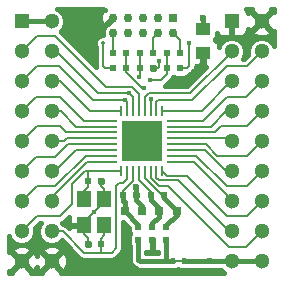
<source format=gtl>
G04 #@! TF.GenerationSoftware,KiCad,Pcbnew,5.0.1-33cea8e~68~ubuntu18.04.1*
G04 #@! TF.CreationDate,2018-11-24T10:27:27+01:00*
G04 #@! TF.ProjectId,LPC82X_JHI33_2layer,4C50433832585F4A484933335F326C61,rev?*
G04 #@! TF.SameCoordinates,Original*
G04 #@! TF.FileFunction,Copper,L1,Top,Signal*
G04 #@! TF.FilePolarity,Positive*
%FSLAX46Y46*%
G04 Gerber Fmt 4.6, Leading zero omitted, Abs format (unit mm)*
G04 Created by KiCad (PCBNEW 5.0.1-33cea8e~68~ubuntu18.04.1) date za 24 nov 2018 10:27:27 CET*
%MOMM*%
%LPD*%
G01*
G04 APERTURE LIST*
G04 #@! TA.AperFunction,EtchedComponent*
%ADD10C,0.200000*%
G04 #@! TD*
G04 #@! TA.AperFunction,SMDPad,CuDef*
%ADD11R,1.200000X1.400000*%
G04 #@! TD*
G04 #@! TA.AperFunction,ComponentPad*
%ADD12R,1.300000X1.300000*%
G04 #@! TD*
G04 #@! TA.AperFunction,ComponentPad*
%ADD13C,1.300000*%
G04 #@! TD*
G04 #@! TA.AperFunction,SMDPad,CuDef*
%ADD14R,0.900000X0.290000*%
G04 #@! TD*
G04 #@! TA.AperFunction,SMDPad,CuDef*
%ADD15R,0.290000X0.900000*%
G04 #@! TD*
G04 #@! TA.AperFunction,SMDPad,CuDef*
%ADD16R,3.500000X3.500000*%
G04 #@! TD*
G04 #@! TA.AperFunction,SMDPad,CuDef*
%ADD17R,0.600000X0.500000*%
G04 #@! TD*
G04 #@! TA.AperFunction,SMDPad,CuDef*
%ADD18R,0.500000X0.600000*%
G04 #@! TD*
G04 #@! TA.AperFunction,ComponentPad*
%ADD19R,0.750000X0.750000*%
G04 #@! TD*
G04 #@! TA.AperFunction,ComponentPad*
%ADD20C,0.750000*%
G04 #@! TD*
G04 #@! TA.AperFunction,SMDPad,CuDef*
%ADD21R,0.600000X0.600000*%
G04 #@! TD*
G04 #@! TA.AperFunction,SMDPad,CuDef*
%ADD22R,0.800000X0.750000*%
G04 #@! TD*
G04 #@! TA.AperFunction,SMDPad,CuDef*
%ADD23R,1.250000X1.000000*%
G04 #@! TD*
G04 #@! TA.AperFunction,SMDPad,CuDef*
%ADD24R,0.400000X0.600000*%
G04 #@! TD*
G04 #@! TA.AperFunction,ViaPad*
%ADD25C,0.600000*%
G04 #@! TD*
G04 #@! TA.AperFunction,ViaPad*
%ADD26C,0.750000*%
G04 #@! TD*
G04 #@! TA.AperFunction,ViaPad*
%ADD27C,0.400000*%
G04 #@! TD*
G04 #@! TA.AperFunction,ViaPad*
%ADD28C,0.355600*%
G04 #@! TD*
G04 #@! TA.AperFunction,Conductor*
%ADD29C,0.400000*%
G04 #@! TD*
G04 #@! TA.AperFunction,Conductor*
%ADD30C,0.300000*%
G04 #@! TD*
G04 #@! TA.AperFunction,Conductor*
%ADD31C,0.200000*%
G04 #@! TD*
G04 APERTURE END LIST*
D10*
G04 #@! TO.C,SJ1*
X92300000Y-116800000D02*
X91700000Y-116800000D01*
G04 #@! TD*
D11*
G04 #@! TO.P,Y1,1*
G04 #@! TO.N,/PIO0_9*
X84050000Y-111600000D03*
G04 #@! TO.P,Y1,2*
G04 #@! TO.N,VSS*
X84050000Y-113800000D03*
G04 #@! TO.P,Y1,3*
G04 #@! TO.N,/PIO0_8*
X85750000Y-113800000D03*
G04 #@! TO.P,Y1,4*
G04 #@! TO.N,VSS*
X85750000Y-111600000D03*
G04 #@! TD*
D12*
G04 #@! TO.P,J1,1*
G04 #@! TO.N,VDD*
X78740000Y-96520000D03*
D13*
G04 #@! TO.P,J1,2*
X81280000Y-96520000D03*
G04 #@! TO.P,J1,3*
G04 #@! TO.N,/PIO0_28*
X78740000Y-99060000D03*
G04 #@! TO.P,J1,4*
G04 #@! TO.N,/PIO0_3*
X81280000Y-99060000D03*
G04 #@! TO.P,J1,5*
G04 #@! TO.N,/PIO0_2*
X78740000Y-101600000D03*
G04 #@! TO.P,J1,6*
G04 #@! TO.N,/PIO0_11*
X81280000Y-101600000D03*
G04 #@! TO.P,J1,7*
G04 #@! TO.N,/PIO0_10*
X78740000Y-104140000D03*
G04 #@! TO.P,J1,8*
G04 #@! TO.N,/PIO0_16*
X81280000Y-104140000D03*
G04 #@! TO.P,J1,9*
G04 #@! TO.N,/PIO0_27*
X78740000Y-106680000D03*
G04 #@! TO.P,J1,10*
G04 #@! TO.N,/PIO0_26*
X81280000Y-106680000D03*
G04 #@! TO.P,J1,11*
G04 #@! TO.N,/PIO0_25*
X78740000Y-109220000D03*
G04 #@! TO.P,J1,12*
G04 #@! TO.N,/PIO0_24*
X81280000Y-109220000D03*
G04 #@! TO.P,J1,13*
G04 #@! TO.N,/PIO0_15*
X78740000Y-111760000D03*
G04 #@! TO.P,J1,14*
G04 #@! TO.N,/PIO0_1*
X81280000Y-111760000D03*
G04 #@! TO.P,J1,15*
G04 #@! TO.N,/PIO0_9*
X78740000Y-114300000D03*
G04 #@! TO.P,J1,16*
G04 #@! TO.N,/PIO0_8*
X81280000Y-114300000D03*
G04 #@! TO.P,J1,17*
G04 #@! TO.N,VSS*
X78740000Y-116840000D03*
G04 #@! TO.P,J1,18*
X81280000Y-116840000D03*
G04 #@! TD*
D14*
G04 #@! TO.P,U1,28*
G04 #@! TO.N,/PIO0_21*
X91450000Y-106930000D03*
G04 #@! TO.P,U1,27*
G04 #@! TO.N,/PIO0_22*
X91450000Y-107430000D03*
G04 #@! TO.P,U1,26*
G04 #@! TO.N,/PIO0_23*
X91450000Y-107930000D03*
G04 #@! TO.P,U1,25*
G04 #@! TO.N,/PIO0_14*
X91450000Y-108430000D03*
G04 #@! TO.P,U1,29*
G04 #@! TO.N,/PIO0_20*
X91450000Y-106430000D03*
G04 #@! TO.P,U1,30*
G04 #@! TO.N,/PIO0_19*
X91450000Y-105930000D03*
G04 #@! TO.P,U1,31*
G04 #@! TO.N,/PIO0_18*
X91450000Y-105430000D03*
G04 #@! TO.P,U1,32*
G04 #@! TO.N,/PIO0_17*
X91450000Y-104930000D03*
G04 #@! TO.P,U1,12*
G04 #@! TO.N,/PIO0_26*
X86350000Y-106430000D03*
G04 #@! TO.P,U1,11*
G04 #@! TO.N,/PIO0_27*
X86350000Y-105930000D03*
G04 #@! TO.P,U1,10*
G04 #@! TO.N,/PIO0_16*
X86350000Y-105430000D03*
G04 #@! TO.P,U1,9*
G04 #@! TO.N,/PIO0_10*
X86350000Y-104930000D03*
G04 #@! TO.P,U1,13*
G04 #@! TO.N,/PIO0_25*
X86350000Y-106930000D03*
G04 #@! TO.P,U1,14*
G04 #@! TO.N,/PIO0_24*
X86350000Y-107430000D03*
G04 #@! TO.P,U1,15*
G04 #@! TO.N,/PIO0_15*
X86350000Y-107930000D03*
G04 #@! TO.P,U1,16*
G04 #@! TO.N,/PIO0_1*
X86350000Y-108430000D03*
D15*
G04 #@! TO.P,U1,20*
G04 #@! TO.N,Net-(C3-Pad2)*
X88650000Y-109230000D03*
G04 #@! TO.P,U1,19*
G04 #@! TO.N,Net-(C2-Pad1)*
X88150000Y-109230000D03*
G04 #@! TO.P,U1,18*
G04 #@! TO.N,/PIO0_8*
X87650000Y-109230000D03*
G04 #@! TO.P,U1,17*
G04 #@! TO.N,/PIO0_9*
X87150000Y-109230000D03*
G04 #@! TO.P,U1,21*
G04 #@! TO.N,Net-(C3-Pad1)*
X89150000Y-109230000D03*
G04 #@! TO.P,U1,22*
G04 #@! TO.N,/PIO0_7*
X89650000Y-109230000D03*
G04 #@! TO.P,U1,23*
G04 #@! TO.N,/PIO0_6*
X90150000Y-109230000D03*
G04 #@! TO.P,U1,24*
G04 #@! TO.N,/PIO0_0*
X90650000Y-109230000D03*
G04 #@! TO.P,U1,4*
G04 #@! TO.N,/PIO0_4*
X89150000Y-104130000D03*
G04 #@! TO.P,U1,3*
G04 #@! TO.N,/RESET*
X89650000Y-104130000D03*
G04 #@! TO.P,U1,2*
G04 #@! TO.N,/PIO0_12*
X90150000Y-104130000D03*
G04 #@! TO.P,U1,1*
G04 #@! TO.N,/PIO0_13*
X90650000Y-104130000D03*
G04 #@! TO.P,U1,5*
G04 #@! TO.N,/PIO0_28*
X88650000Y-104130000D03*
G04 #@! TO.P,U1,6*
G04 #@! TO.N,/PIO0_3*
X88150000Y-104130000D03*
G04 #@! TO.P,U1,7*
G04 #@! TO.N,/PIO0_2*
X87650000Y-104130000D03*
G04 #@! TO.P,U1,8*
G04 #@! TO.N,/PIO0_11*
X87150000Y-104130000D03*
D16*
G04 #@! TO.P,U1,33*
G04 #@! TO.N,VSS*
X88900000Y-106680000D03*
G04 #@! TD*
D17*
G04 #@! TO.P,C1,1*
G04 #@! TO.N,/PIO0_9*
X84350000Y-110050000D03*
G04 #@! TO.P,C1,2*
G04 #@! TO.N,VSS*
X85450000Y-110050000D03*
G04 #@! TD*
G04 #@! TO.P,C4,2*
G04 #@! TO.N,VSS*
X84350000Y-115350000D03*
G04 #@! TO.P,C4,1*
G04 #@! TO.N,/PIO0_8*
X85450000Y-115350000D03*
G04 #@! TD*
G04 #@! TO.P,C5,2*
G04 #@! TO.N,VSS*
X88450000Y-111200000D03*
G04 #@! TO.P,C5,1*
G04 #@! TO.N,Net-(C2-Pad1)*
X87350000Y-111200000D03*
G04 #@! TD*
G04 #@! TO.P,C6,1*
G04 #@! TO.N,Net-(C3-Pad1)*
X90750000Y-111200000D03*
G04 #@! TO.P,C6,2*
G04 #@! TO.N,Net-(C3-Pad2)*
X89650000Y-111200000D03*
G04 #@! TD*
D18*
G04 #@! TO.P,FB1,1*
G04 #@! TO.N,Net-(C2-Pad1)*
X88600000Y-113950000D03*
G04 #@! TO.P,FB1,2*
G04 #@! TO.N,Net-(FB1-Pad2)*
X88600000Y-115050000D03*
G04 #@! TD*
G04 #@! TO.P,FB2,2*
G04 #@! TO.N,Net-(FB1-Pad2)*
X91000000Y-115050000D03*
G04 #@! TO.P,FB2,1*
G04 #@! TO.N,Net-(C3-Pad1)*
X91000000Y-113950000D03*
G04 #@! TD*
G04 #@! TO.P,FB3,1*
G04 #@! TO.N,Net-(C3-Pad2)*
X89800000Y-113950000D03*
G04 #@! TO.P,FB3,2*
G04 #@! TO.N,VSS*
X89800000Y-115050000D03*
G04 #@! TD*
D13*
G04 #@! TO.P,J2,18*
G04 #@! TO.N,VDD*
X99060000Y-116840000D03*
G04 #@! TO.P,J2,17*
X96520000Y-116840000D03*
G04 #@! TO.P,J2,16*
G04 #@! TO.N,/PIO0_7*
X99060000Y-114300000D03*
G04 #@! TO.P,J2,15*
G04 #@! TO.N,/PIO0_6*
X96520000Y-114300000D03*
G04 #@! TO.P,J2,14*
G04 #@! TO.N,/PIO0_0*
X99060000Y-111760000D03*
G04 #@! TO.P,J2,13*
G04 #@! TO.N,/PIO0_14*
X96520000Y-111760000D03*
G04 #@! TO.P,J2,12*
G04 #@! TO.N,/PIO0_23*
X99060000Y-109220000D03*
G04 #@! TO.P,J2,11*
G04 #@! TO.N,/PIO0_22*
X96520000Y-109220000D03*
G04 #@! TO.P,J2,10*
G04 #@! TO.N,/PIO0_21*
X99060000Y-106680000D03*
G04 #@! TO.P,J2,9*
G04 #@! TO.N,/PIO0_20*
X96520000Y-106680000D03*
G04 #@! TO.P,J2,8*
G04 #@! TO.N,/PIO0_19*
X99060000Y-104140000D03*
G04 #@! TO.P,J2,7*
G04 #@! TO.N,/PIO0_18*
X96520000Y-104140000D03*
G04 #@! TO.P,J2,6*
G04 #@! TO.N,/PIO0_17*
X99060000Y-101600000D03*
G04 #@! TO.P,J2,5*
G04 #@! TO.N,/PIO0_13*
X96520000Y-101600000D03*
G04 #@! TO.P,J2,4*
G04 #@! TO.N,/PIO0_12*
X99060000Y-99060000D03*
G04 #@! TO.P,J2,3*
G04 #@! TO.N,/PIO0_4*
X96520000Y-99060000D03*
G04 #@! TO.P,J2,2*
G04 #@! TO.N,VSS*
X99060000Y-96520000D03*
D12*
G04 #@! TO.P,J2,1*
X96520000Y-96520000D03*
G04 #@! TD*
D19*
G04 #@! TO.P,J3,1*
G04 #@! TO.N,VDD*
X91540000Y-96215000D03*
D20*
G04 #@! TO.P,J3,2*
G04 #@! TO.N,Net-(J3-Pad2)*
X91540000Y-97485000D03*
G04 #@! TO.P,J3,3*
G04 #@! TO.N,VSS*
X90270000Y-96215000D03*
G04 #@! TO.P,J3,4*
G04 #@! TO.N,Net-(J3-Pad4)*
X90270000Y-97485000D03*
G04 #@! TO.P,J3,5*
G04 #@! TO.N,VSS*
X89000000Y-96215000D03*
G04 #@! TO.P,J3,6*
G04 #@! TO.N,N/C*
X89000000Y-97485000D03*
G04 #@! TO.P,J3,7*
X87730000Y-96215000D03*
G04 #@! TO.P,J3,8*
X87730000Y-97485000D03*
G04 #@! TO.P,J3,9*
G04 #@! TO.N,VSS*
X86460000Y-96215000D03*
G04 #@! TO.P,J3,10*
G04 #@! TO.N,Net-(J3-Pad10)*
X86460000Y-97485000D03*
G04 #@! TD*
D21*
G04 #@! TO.P,R1,1*
G04 #@! TO.N,Net-(J3-Pad2)*
X92150000Y-99200000D03*
G04 #@! TO.P,R1,2*
G04 #@! TO.N,/PIO0_2*
X91050000Y-99200000D03*
G04 #@! TD*
G04 #@! TO.P,R2,2*
G04 #@! TO.N,/PIO0_3*
X88750000Y-99200000D03*
G04 #@! TO.P,R2,1*
G04 #@! TO.N,Net-(J3-Pad4)*
X89850000Y-99200000D03*
G04 #@! TD*
G04 #@! TO.P,R3,1*
G04 #@! TO.N,Net-(J3-Pad10)*
X86450000Y-99200000D03*
G04 #@! TO.P,R3,2*
G04 #@! TO.N,/RESET*
X87550000Y-99200000D03*
G04 #@! TD*
G04 #@! TO.P,R4,2*
G04 #@! TO.N,/RESET*
X87550000Y-100500000D03*
G04 #@! TO.P,R4,1*
G04 #@! TO.N,VDD*
X86450000Y-100500000D03*
G04 #@! TD*
G04 #@! TO.P,R6,1*
G04 #@! TO.N,VDD*
X92150000Y-100500000D03*
G04 #@! TO.P,R6,2*
G04 #@! TO.N,/PIO0_2*
X91050000Y-100500000D03*
G04 #@! TD*
G04 #@! TO.P,R7,2*
G04 #@! TO.N,/PIO0_3*
X88750000Y-100500000D03*
G04 #@! TO.P,R7,1*
G04 #@! TO.N,VSS*
X89850000Y-100500000D03*
G04 #@! TD*
D22*
G04 #@! TO.P,C2,1*
G04 #@! TO.N,Net-(C2-Pad1)*
X87450000Y-112600000D03*
G04 #@! TO.P,C2,2*
G04 #@! TO.N,VSS*
X88950000Y-112600000D03*
G04 #@! TD*
G04 #@! TO.P,C3,2*
G04 #@! TO.N,Net-(C3-Pad2)*
X90350000Y-112600000D03*
G04 #@! TO.P,C3,1*
G04 #@! TO.N,Net-(C3-Pad1)*
X91850000Y-112600000D03*
G04 #@! TD*
D23*
G04 #@! TO.P,C7,1*
G04 #@! TO.N,VSS*
X94100000Y-99200000D03*
G04 #@! TO.P,C7,2*
G04 #@! TO.N,VDD*
X94100000Y-97200000D03*
G04 #@! TD*
D24*
G04 #@! TO.P,SJ1,1*
G04 #@! TO.N,VDD*
X92450000Y-116800000D03*
G04 #@! TO.P,SJ1,2*
G04 #@! TO.N,Net-(FB1-Pad2)*
X91550000Y-116800000D03*
G04 #@! TD*
D25*
G04 #@! TO.N,VSS*
X83800000Y-98200000D03*
D26*
X88900000Y-106680000D03*
D25*
X89800000Y-116100000D03*
D27*
X84900000Y-112700000D03*
D25*
X93700000Y-100400000D03*
X84700000Y-96500000D03*
X88450000Y-110550000D03*
D27*
X90400000Y-99850000D03*
G04 #@! TO.N,VDD*
X92900000Y-98400000D03*
D25*
X94700000Y-116800000D03*
X94115000Y-96215000D03*
D28*
X85600000Y-98400000D03*
D27*
G04 #@! TO.N,/PIO0_3*
X87800000Y-102600000D03*
X88700000Y-101200000D03*
G04 #@! TO.N,/PIO0_2*
X87500000Y-103200000D03*
X89600000Y-101500000D03*
G04 #@! TO.N,/RESET*
X89700000Y-103100000D03*
X89100000Y-102200000D03*
G04 #@! TD*
D29*
G04 #@! TO.N,VSS*
X88950000Y-112600000D02*
X88950000Y-112150000D01*
X88450000Y-111650000D02*
X88450000Y-111200000D01*
X88950000Y-112150000D02*
X88450000Y-111650000D01*
X89800000Y-115050000D02*
X89800000Y-116100000D01*
D30*
X86460000Y-96215000D02*
X86460000Y-96090000D01*
D29*
X93700000Y-100400000D02*
X94100000Y-100000000D01*
X94100000Y-100000000D02*
X94100000Y-99200000D01*
X88450000Y-111200000D02*
X88450000Y-110550000D01*
X88450000Y-110550000D02*
X88450000Y-110550000D01*
D31*
X85750000Y-111850000D02*
X84900000Y-112700000D01*
X85750000Y-111600000D02*
X85750000Y-111850000D01*
X84050000Y-113550000D02*
X84900000Y-112700000D01*
X84050000Y-113800000D02*
X84050000Y-113550000D01*
X84350000Y-115350000D02*
X84350000Y-114850000D01*
X84050000Y-114550000D02*
X84050000Y-113800000D01*
X84350000Y-114850000D02*
X84050000Y-114550000D01*
X85450000Y-110050000D02*
X85450000Y-110450000D01*
X85750000Y-110750000D02*
X85750000Y-111600000D01*
X85450000Y-110450000D02*
X85750000Y-110750000D01*
X90400000Y-100400000D02*
X90400000Y-99850000D01*
X89850000Y-100500000D02*
X90300000Y-100500000D01*
X90300000Y-100500000D02*
X90400000Y-100400000D01*
G04 #@! TO.N,Net-(C2-Pad1)*
X87350000Y-111200000D02*
X87350000Y-110850000D01*
X88150000Y-110050000D02*
X88150000Y-109230000D01*
X87350000Y-110850000D02*
X88150000Y-110050000D01*
D29*
X87450000Y-112600000D02*
X87450000Y-111850000D01*
X87350000Y-111750000D02*
X87350000Y-111200000D01*
X87450000Y-111850000D02*
X87350000Y-111750000D01*
X88600000Y-113750000D02*
X87450000Y-112600000D01*
X88600000Y-113950000D02*
X88600000Y-113750000D01*
D31*
G04 #@! TO.N,Net-(C3-Pad1)*
X90750000Y-111200000D02*
X90600000Y-111200000D01*
X89150000Y-109750000D02*
X89150000Y-109230000D01*
X90600000Y-111200000D02*
X89150000Y-109750000D01*
D29*
X91850000Y-112600000D02*
X91850000Y-112550000D01*
X90750000Y-111450000D02*
X90750000Y-111200000D01*
X91850000Y-112550000D02*
X90750000Y-111450000D01*
X91000000Y-113950000D02*
X91000000Y-113800000D01*
X91850000Y-112950000D02*
X91850000Y-112600000D01*
X91000000Y-113800000D02*
X91850000Y-112950000D01*
D31*
G04 #@! TO.N,Net-(C3-Pad2)*
X89650000Y-111200000D02*
X89650000Y-110950000D01*
X88650000Y-109950000D02*
X88650000Y-109230000D01*
X89650000Y-110950000D02*
X88650000Y-109950000D01*
D29*
X90350000Y-112600000D02*
X90350000Y-112350000D01*
X89650000Y-111650000D02*
X89650000Y-111200000D01*
X90350000Y-112350000D02*
X89650000Y-111650000D01*
X89800000Y-113950000D02*
X89800000Y-113600000D01*
X90350000Y-113050000D02*
X90350000Y-112600000D01*
X89800000Y-113600000D02*
X90350000Y-113050000D01*
G04 #@! TO.N,VDD*
X92490000Y-116840000D02*
X92450000Y-116800000D01*
X94660000Y-116840000D02*
X92490000Y-116840000D01*
X94700000Y-116800000D02*
X94660000Y-116840000D01*
X94740000Y-116840000D02*
X94700000Y-116800000D01*
X96520000Y-116840000D02*
X94740000Y-116840000D01*
X94100000Y-97200000D02*
X94100000Y-96200000D01*
X78740000Y-96520000D02*
X81280000Y-96520000D01*
X99060000Y-116840000D02*
X96520000Y-116840000D01*
D31*
X86450000Y-100500000D02*
X85800000Y-100500000D01*
X85800000Y-100500000D02*
X85600000Y-100300000D01*
X85600000Y-100300000D02*
X85600000Y-98400000D01*
X92150000Y-100500000D02*
X92700000Y-100500000D01*
X92900000Y-100300000D02*
X92900000Y-98400000D01*
X92700000Y-100500000D02*
X92900000Y-100300000D01*
G04 #@! TO.N,/PIO0_28*
X80000000Y-97800000D02*
X78740000Y-99060000D01*
X85900000Y-102100000D02*
X81600000Y-97800000D01*
X81600000Y-97800000D02*
X80000000Y-97800000D01*
X88100000Y-102100000D02*
X85900000Y-102100000D01*
X88650000Y-104130000D02*
X88650000Y-102650000D01*
X88650000Y-102650000D02*
X88100000Y-102100000D01*
G04 #@! TO.N,/PIO0_3*
X88150000Y-104130000D02*
X88150000Y-102950000D01*
X88150000Y-102950000D02*
X87800000Y-102600000D01*
X81660000Y-99060000D02*
X81280000Y-99060000D01*
X87800000Y-102600000D02*
X85200000Y-102600000D01*
X85200000Y-102600000D02*
X81660000Y-99060000D01*
X88750000Y-99200000D02*
X88750000Y-100500000D01*
X88750000Y-101150000D02*
X88700000Y-101200000D01*
X88750000Y-100500000D02*
X88750000Y-101150000D01*
G04 #@! TO.N,/PIO0_2*
X87650000Y-104130000D02*
X87650000Y-103350000D01*
X87650000Y-103350000D02*
X87500000Y-103200000D01*
X84800000Y-103200000D02*
X81900000Y-100300000D01*
X87500000Y-103200000D02*
X84800000Y-103200000D01*
X81900000Y-100300000D02*
X80040000Y-100300000D01*
X80040000Y-100300000D02*
X78740000Y-101600000D01*
X89600000Y-101500000D02*
X90500000Y-101500000D01*
X91050000Y-100950000D02*
X91050000Y-100500000D01*
X90500000Y-101500000D02*
X91050000Y-100950000D01*
X91050000Y-99200000D02*
X91050000Y-100500000D01*
G04 #@! TO.N,/PIO0_11*
X87150000Y-104130000D02*
X84530000Y-104130000D01*
X82000000Y-101600000D02*
X81280000Y-101600000D01*
X84530000Y-104130000D02*
X82000000Y-101600000D01*
G04 #@! TO.N,/PIO0_10*
X79980000Y-102900000D02*
X78740000Y-104140000D01*
X82000000Y-102900000D02*
X79980000Y-102900000D01*
X86350000Y-104930000D02*
X84030000Y-104930000D01*
X84030000Y-104930000D02*
X82000000Y-102900000D01*
G04 #@! TO.N,/PIO0_16*
X82040000Y-104140000D02*
X81280000Y-104140000D01*
X86350000Y-105430000D02*
X83330000Y-105430000D01*
X83330000Y-105430000D02*
X82040000Y-104140000D01*
G04 #@! TO.N,/PIO0_27*
X82530000Y-105930000D02*
X82000000Y-105400000D01*
X86350000Y-105930000D02*
X82530000Y-105930000D01*
X82000000Y-105400000D02*
X80020000Y-105400000D01*
X80020000Y-105400000D02*
X78740000Y-106680000D01*
G04 #@! TO.N,/PIO0_26*
X82550000Y-106430000D02*
X82300000Y-106680000D01*
X86350000Y-106430000D02*
X82550000Y-106430000D01*
X82300000Y-106680000D02*
X81280000Y-106680000D01*
G04 #@! TO.N,/PIO0_25*
X79960000Y-108000000D02*
X78740000Y-109220000D01*
X81600000Y-108000000D02*
X79960000Y-108000000D01*
X86350000Y-106930000D02*
X82670000Y-106930000D01*
X82670000Y-106930000D02*
X81600000Y-108000000D01*
G04 #@! TO.N,/PIO0_24*
X81580000Y-109220000D02*
X81280000Y-109220000D01*
X86350000Y-107430000D02*
X83370000Y-107430000D01*
X83370000Y-107430000D02*
X81580000Y-109220000D01*
G04 #@! TO.N,/PIO0_15*
X84170000Y-107930000D02*
X81600000Y-110500000D01*
X86350000Y-107930000D02*
X84170000Y-107930000D01*
X81600000Y-110500000D02*
X80000000Y-110500000D01*
X80000000Y-110500000D02*
X78740000Y-111760000D01*
G04 #@! TO.N,/PIO0_1*
X81280000Y-111420000D02*
X81280000Y-111760000D01*
X86350000Y-108430000D02*
X84270000Y-108430000D01*
X84270000Y-108430000D02*
X81280000Y-111420000D01*
G04 #@! TO.N,/PIO0_9*
X84050000Y-111600000D02*
X84050000Y-111850000D01*
X87150000Y-109230000D02*
X85500000Y-109230000D01*
X84070000Y-109230000D02*
X83000000Y-110300000D01*
X83000000Y-110300000D02*
X83000000Y-112000000D01*
X83000000Y-112000000D02*
X82000000Y-113000000D01*
X82000000Y-113000000D02*
X80040000Y-113000000D01*
X80040000Y-113000000D02*
X78740000Y-114300000D01*
X84350000Y-109280000D02*
X84400000Y-109230000D01*
X84350000Y-110050000D02*
X84350000Y-109280000D01*
X85500000Y-109230000D02*
X84400000Y-109230000D01*
X84400000Y-109230000D02*
X84070000Y-109230000D01*
X84350000Y-110050000D02*
X84350000Y-110550000D01*
X84050000Y-110850000D02*
X84050000Y-111600000D01*
X84350000Y-110550000D02*
X84050000Y-110850000D01*
G04 #@! TO.N,/PIO0_8*
X85750000Y-113800000D02*
X85750000Y-113550000D01*
X87650000Y-109230000D02*
X87650000Y-109900000D01*
X87650000Y-109900000D02*
X87300000Y-110250000D01*
X87300000Y-110250000D02*
X86950000Y-110250000D01*
X86950000Y-110250000D02*
X86700000Y-110500000D01*
X86700000Y-110500000D02*
X86700000Y-115750000D01*
X86700000Y-115750000D02*
X86350000Y-116100000D01*
X84500000Y-116100000D02*
X84400000Y-116100000D01*
X82200000Y-114300000D02*
X81280000Y-114300000D01*
X84400000Y-116100000D02*
X84000000Y-116100000D01*
X84000000Y-116100000D02*
X82200000Y-114300000D01*
X85450000Y-115350000D02*
X85450000Y-114950000D01*
X85750000Y-114650000D02*
X85750000Y-113800000D01*
X85450000Y-114950000D02*
X85750000Y-114650000D01*
X85450000Y-115350000D02*
X85450000Y-116050000D01*
X85450000Y-116050000D02*
X85500000Y-116100000D01*
X86350000Y-116100000D02*
X85500000Y-116100000D01*
X85500000Y-116100000D02*
X84500000Y-116100000D01*
G04 #@! TO.N,/PIO0_7*
X89650000Y-109750000D02*
X89650000Y-109230000D01*
X90327010Y-110427010D02*
X89650000Y-109750000D01*
X99060000Y-114300000D02*
X97760000Y-115600000D01*
X97760000Y-115600000D02*
X96300000Y-115600000D01*
X91127010Y-110427010D02*
X90327010Y-110427010D01*
X96300000Y-115600000D02*
X91127010Y-110427010D01*
G04 #@! TO.N,/PIO0_6*
X90400000Y-110000000D02*
X90150000Y-109750000D01*
X92000000Y-110000000D02*
X90400000Y-110000000D01*
X96520000Y-114300000D02*
X96300000Y-114300000D01*
X90150000Y-109750000D02*
X90150000Y-109230000D01*
X96300000Y-114300000D02*
X92000000Y-110000000D01*
G04 #@! TO.N,/PIO0_0*
X91020000Y-109600000D02*
X90650000Y-109230000D01*
X96100000Y-113000000D02*
X92700000Y-109600000D01*
X99060000Y-111760000D02*
X97820000Y-113000000D01*
X92700000Y-109600000D02*
X91020000Y-109600000D01*
X97820000Y-113000000D02*
X96100000Y-113000000D01*
G04 #@! TO.N,/PIO0_14*
X93330000Y-108430000D02*
X91450000Y-108430000D01*
X96520000Y-111760000D02*
X96520000Y-111620000D01*
X96520000Y-111620000D02*
X93330000Y-108430000D01*
G04 #@! TO.N,/PIO0_23*
X93530000Y-107930000D02*
X91450000Y-107930000D01*
X96100000Y-110500000D02*
X93530000Y-107930000D01*
X99060000Y-109220000D02*
X97780000Y-110500000D01*
X97780000Y-110500000D02*
X96100000Y-110500000D01*
G04 #@! TO.N,/PIO0_22*
X94230000Y-107430000D02*
X91450000Y-107430000D01*
X96520000Y-109220000D02*
X96020000Y-109220000D01*
X96020000Y-109220000D02*
X94230000Y-107430000D01*
G04 #@! TO.N,/PIO0_21*
X94330000Y-106930000D02*
X91450000Y-106930000D01*
X95300000Y-107900000D02*
X94330000Y-106930000D01*
X99060000Y-106680000D02*
X97840000Y-107900000D01*
X97840000Y-107900000D02*
X95300000Y-107900000D01*
G04 #@! TO.N,/PIO0_20*
X96270000Y-106430000D02*
X91450000Y-106430000D01*
X96520000Y-106680000D02*
X96270000Y-106430000D01*
G04 #@! TO.N,/PIO0_19*
X95070000Y-105930000D02*
X91450000Y-105930000D01*
X95600000Y-105400000D02*
X95070000Y-105930000D01*
X99060000Y-104140000D02*
X97800000Y-105400000D01*
X97800000Y-105400000D02*
X95600000Y-105400000D01*
G04 #@! TO.N,/PIO0_18*
X94770000Y-105430000D02*
X91450000Y-105430000D01*
X96520000Y-104140000D02*
X96060000Y-104140000D01*
X96060000Y-104140000D02*
X94770000Y-105430000D01*
G04 #@! TO.N,/PIO0_17*
X94070000Y-104930000D02*
X91450000Y-104930000D01*
X96100000Y-102900000D02*
X94070000Y-104930000D01*
X99060000Y-101600000D02*
X97760000Y-102900000D01*
X97760000Y-102900000D02*
X96100000Y-102900000D01*
G04 #@! TO.N,/PIO0_13*
X93970000Y-104130000D02*
X90650000Y-104130000D01*
X96520000Y-101600000D02*
X96500000Y-101600000D01*
X96500000Y-101600000D02*
X93970000Y-104130000D01*
G04 #@! TO.N,/PIO0_12*
X90300000Y-103200000D02*
X90150000Y-103350000D01*
X90150000Y-103350000D02*
X90150000Y-104130000D01*
X99060000Y-99060000D02*
X97820000Y-100300000D01*
X93200000Y-103200000D02*
X90300000Y-103200000D01*
X96100000Y-100300000D02*
X93200000Y-103200000D01*
X97820000Y-100300000D02*
X96100000Y-100300000D01*
G04 #@! TO.N,/PIO0_4*
X89150000Y-102950000D02*
X89150000Y-104130000D01*
X89500000Y-102600000D02*
X89150000Y-102950000D01*
X93000000Y-102600000D02*
X89500000Y-102600000D01*
X96520000Y-99060000D02*
X96520000Y-99080000D01*
X96520000Y-99080000D02*
X93000000Y-102600000D01*
G04 #@! TO.N,Net-(J3-Pad2)*
X92150000Y-98095000D02*
X91540000Y-97485000D01*
X92150000Y-99200000D02*
X92150000Y-98095000D01*
G04 #@! TO.N,Net-(J3-Pad4)*
X90270000Y-97485000D02*
X89850000Y-97905000D01*
X89850000Y-99200000D02*
X89850000Y-97905000D01*
G04 #@! TO.N,Net-(J3-Pad10)*
X86460000Y-97485000D02*
X86460000Y-97510000D01*
X86450000Y-97495000D02*
X86460000Y-97485000D01*
X86450000Y-99200000D02*
X86450000Y-97495000D01*
G04 #@! TO.N,/RESET*
X89650000Y-104130000D02*
X89650000Y-103150000D01*
X89650000Y-103150000D02*
X89700000Y-103100000D01*
X87600000Y-99100000D02*
X87500000Y-99100000D01*
X88900000Y-102200000D02*
X89100000Y-102200000D01*
X87550000Y-100500000D02*
X87550000Y-100850000D01*
X87550000Y-100850000D02*
X88900000Y-102200000D01*
X87550000Y-99200000D02*
X87550000Y-100500000D01*
D29*
G04 #@! TO.N,Net-(FB1-Pad2)*
X88600000Y-115050000D02*
X88600000Y-116100000D01*
X91000000Y-115050000D02*
X91000000Y-116100000D01*
X88600000Y-116700000D02*
X88600000Y-116100000D01*
X88740000Y-116840000D02*
X88600000Y-116700000D01*
X91000000Y-116100000D02*
X91000000Y-116840000D01*
X91000000Y-116840000D02*
X88740000Y-116840000D01*
X91510000Y-116840000D02*
X91550000Y-116800000D01*
X91000000Y-116840000D02*
X91510000Y-116840000D01*
G04 #@! TD*
G04 #@! TO.N,VSS*
G36*
X87840205Y-113980154D02*
X87840205Y-114250000D01*
X87879011Y-114445090D01*
X87915700Y-114500000D01*
X87879011Y-114554910D01*
X87840205Y-114750000D01*
X87840205Y-115350000D01*
X87879011Y-115545090D01*
X87900001Y-115576503D01*
X87900001Y-116031056D01*
X87900000Y-116031060D01*
X87900000Y-116631065D01*
X87886288Y-116700000D01*
X87900000Y-116768935D01*
X87900000Y-116768939D01*
X87940615Y-116973125D01*
X88095329Y-117204670D01*
X88153774Y-117243722D01*
X88196275Y-117286223D01*
X88235329Y-117344671D01*
X88466874Y-117499385D01*
X88671060Y-117540000D01*
X88671065Y-117540000D01*
X88740000Y-117553712D01*
X88808935Y-117540000D01*
X90931060Y-117540000D01*
X91000000Y-117553713D01*
X91068940Y-117540000D01*
X91108531Y-117540000D01*
X91154910Y-117570989D01*
X91350000Y-117609795D01*
X91750000Y-117609795D01*
X91945090Y-117570989D01*
X92000000Y-117534300D01*
X92054910Y-117570989D01*
X92250000Y-117609795D01*
X92650000Y-117609795D01*
X92845090Y-117570989D01*
X92891469Y-117540000D01*
X94396017Y-117540000D01*
X94540870Y-117600000D01*
X94859130Y-117600000D01*
X95003983Y-117540000D01*
X95593654Y-117540000D01*
X95868577Y-117814923D01*
X95892905Y-117825000D01*
X82078512Y-117825000D01*
X82094868Y-117731235D01*
X81280000Y-116916368D01*
X80465132Y-117731235D01*
X80481488Y-117825000D01*
X79538512Y-117825000D01*
X79554868Y-117731235D01*
X78740000Y-116916368D01*
X77925132Y-117731235D01*
X77941488Y-117825000D01*
X77675000Y-117825000D01*
X77675000Y-117624557D01*
X77848765Y-117654868D01*
X78663632Y-116840000D01*
X78816368Y-116840000D01*
X79631235Y-117654868D01*
X79891057Y-117609545D01*
X80010011Y-117322575D01*
X80128543Y-117608946D01*
X80128943Y-117609545D01*
X80388765Y-117654868D01*
X81203632Y-116840000D01*
X81356368Y-116840000D01*
X82171235Y-117654868D01*
X82431057Y-117609545D01*
X82637930Y-117110476D01*
X82638071Y-116570230D01*
X82431457Y-116071054D01*
X82431057Y-116070455D01*
X82171235Y-116025132D01*
X81356368Y-116840000D01*
X81203632Y-116840000D01*
X80388765Y-116025132D01*
X80128943Y-116070455D01*
X80009989Y-116357425D01*
X79891457Y-116071054D01*
X79891057Y-116070455D01*
X79631235Y-116025132D01*
X78816368Y-116840000D01*
X78663632Y-116840000D01*
X77848765Y-116025132D01*
X77675000Y-116055443D01*
X77675000Y-115948765D01*
X77925132Y-115948765D01*
X78740000Y-116763632D01*
X79554868Y-115948765D01*
X80465132Y-115948765D01*
X81280000Y-116763632D01*
X82094868Y-115948765D01*
X82049545Y-115688943D01*
X81550476Y-115482070D01*
X81010230Y-115481929D01*
X80511054Y-115688543D01*
X80510455Y-115688943D01*
X80465132Y-115948765D01*
X79554868Y-115948765D01*
X79509545Y-115688943D01*
X79010476Y-115482070D01*
X78470230Y-115481929D01*
X77971054Y-115688543D01*
X77970455Y-115688943D01*
X77925132Y-115948765D01*
X77675000Y-115948765D01*
X77675000Y-114733958D01*
X77765077Y-114951423D01*
X78088577Y-115274923D01*
X78511251Y-115450000D01*
X78968749Y-115450000D01*
X79391423Y-115274923D01*
X79714923Y-114951423D01*
X79890000Y-114528749D01*
X79890000Y-114071251D01*
X79868700Y-114019828D01*
X80288528Y-113600000D01*
X80353654Y-113600000D01*
X80305077Y-113648577D01*
X80130000Y-114071251D01*
X80130000Y-114528749D01*
X80305077Y-114951423D01*
X80628577Y-115274923D01*
X81051251Y-115450000D01*
X81508749Y-115450000D01*
X81931423Y-115274923D01*
X82128909Y-115077437D01*
X83533953Y-116482481D01*
X83567425Y-116532575D01*
X83765892Y-116665187D01*
X83940909Y-116700000D01*
X83940913Y-116700000D01*
X83999999Y-116711753D01*
X84059085Y-116700000D01*
X85440913Y-116700000D01*
X85500000Y-116711753D01*
X85559088Y-116700000D01*
X86290914Y-116700000D01*
X86350000Y-116711753D01*
X86409086Y-116700000D01*
X86409091Y-116700000D01*
X86584108Y-116665187D01*
X86782575Y-116532575D01*
X86816049Y-116482478D01*
X87082478Y-116216049D01*
X87132575Y-116182575D01*
X87221159Y-116050000D01*
X87265187Y-115984109D01*
X87288701Y-115865893D01*
X87300000Y-115809091D01*
X87300000Y-115809088D01*
X87311753Y-115750000D01*
X87300000Y-115690912D01*
X87300000Y-113484795D01*
X87344847Y-113484795D01*
X87840205Y-113980154D01*
X87840205Y-113980154D01*
G37*
X87840205Y-113980154D02*
X87840205Y-114250000D01*
X87879011Y-114445090D01*
X87915700Y-114500000D01*
X87879011Y-114554910D01*
X87840205Y-114750000D01*
X87840205Y-115350000D01*
X87879011Y-115545090D01*
X87900001Y-115576503D01*
X87900001Y-116031056D01*
X87900000Y-116031060D01*
X87900000Y-116631065D01*
X87886288Y-116700000D01*
X87900000Y-116768935D01*
X87900000Y-116768939D01*
X87940615Y-116973125D01*
X88095329Y-117204670D01*
X88153774Y-117243722D01*
X88196275Y-117286223D01*
X88235329Y-117344671D01*
X88466874Y-117499385D01*
X88671060Y-117540000D01*
X88671065Y-117540000D01*
X88740000Y-117553712D01*
X88808935Y-117540000D01*
X90931060Y-117540000D01*
X91000000Y-117553713D01*
X91068940Y-117540000D01*
X91108531Y-117540000D01*
X91154910Y-117570989D01*
X91350000Y-117609795D01*
X91750000Y-117609795D01*
X91945090Y-117570989D01*
X92000000Y-117534300D01*
X92054910Y-117570989D01*
X92250000Y-117609795D01*
X92650000Y-117609795D01*
X92845090Y-117570989D01*
X92891469Y-117540000D01*
X94396017Y-117540000D01*
X94540870Y-117600000D01*
X94859130Y-117600000D01*
X95003983Y-117540000D01*
X95593654Y-117540000D01*
X95868577Y-117814923D01*
X95892905Y-117825000D01*
X82078512Y-117825000D01*
X82094868Y-117731235D01*
X81280000Y-116916368D01*
X80465132Y-117731235D01*
X80481488Y-117825000D01*
X79538512Y-117825000D01*
X79554868Y-117731235D01*
X78740000Y-116916368D01*
X77925132Y-117731235D01*
X77941488Y-117825000D01*
X77675000Y-117825000D01*
X77675000Y-117624557D01*
X77848765Y-117654868D01*
X78663632Y-116840000D01*
X78816368Y-116840000D01*
X79631235Y-117654868D01*
X79891057Y-117609545D01*
X80010011Y-117322575D01*
X80128543Y-117608946D01*
X80128943Y-117609545D01*
X80388765Y-117654868D01*
X81203632Y-116840000D01*
X81356368Y-116840000D01*
X82171235Y-117654868D01*
X82431057Y-117609545D01*
X82637930Y-117110476D01*
X82638071Y-116570230D01*
X82431457Y-116071054D01*
X82431057Y-116070455D01*
X82171235Y-116025132D01*
X81356368Y-116840000D01*
X81203632Y-116840000D01*
X80388765Y-116025132D01*
X80128943Y-116070455D01*
X80009989Y-116357425D01*
X79891457Y-116071054D01*
X79891057Y-116070455D01*
X79631235Y-116025132D01*
X78816368Y-116840000D01*
X78663632Y-116840000D01*
X77848765Y-116025132D01*
X77675000Y-116055443D01*
X77675000Y-115948765D01*
X77925132Y-115948765D01*
X78740000Y-116763632D01*
X79554868Y-115948765D01*
X80465132Y-115948765D01*
X81280000Y-116763632D01*
X82094868Y-115948765D01*
X82049545Y-115688943D01*
X81550476Y-115482070D01*
X81010230Y-115481929D01*
X80511054Y-115688543D01*
X80510455Y-115688943D01*
X80465132Y-115948765D01*
X79554868Y-115948765D01*
X79509545Y-115688943D01*
X79010476Y-115482070D01*
X78470230Y-115481929D01*
X77971054Y-115688543D01*
X77970455Y-115688943D01*
X77925132Y-115948765D01*
X77675000Y-115948765D01*
X77675000Y-114733958D01*
X77765077Y-114951423D01*
X78088577Y-115274923D01*
X78511251Y-115450000D01*
X78968749Y-115450000D01*
X79391423Y-115274923D01*
X79714923Y-114951423D01*
X79890000Y-114528749D01*
X79890000Y-114071251D01*
X79868700Y-114019828D01*
X80288528Y-113600000D01*
X80353654Y-113600000D01*
X80305077Y-113648577D01*
X80130000Y-114071251D01*
X80130000Y-114528749D01*
X80305077Y-114951423D01*
X80628577Y-115274923D01*
X81051251Y-115450000D01*
X81508749Y-115450000D01*
X81931423Y-115274923D01*
X82128909Y-115077437D01*
X83533953Y-116482481D01*
X83567425Y-116532575D01*
X83765892Y-116665187D01*
X83940909Y-116700000D01*
X83940913Y-116700000D01*
X83999999Y-116711753D01*
X84059085Y-116700000D01*
X85440913Y-116700000D01*
X85500000Y-116711753D01*
X85559088Y-116700000D01*
X86290914Y-116700000D01*
X86350000Y-116711753D01*
X86409086Y-116700000D01*
X86409091Y-116700000D01*
X86584108Y-116665187D01*
X86782575Y-116532575D01*
X86816049Y-116482478D01*
X87082478Y-116216049D01*
X87132575Y-116182575D01*
X87221159Y-116050000D01*
X87265187Y-115984109D01*
X87288701Y-115865893D01*
X87300000Y-115809091D01*
X87300000Y-115809088D01*
X87311753Y-115750000D01*
X87300000Y-115690912D01*
X87300000Y-113484795D01*
X87344847Y-113484795D01*
X87840205Y-113980154D01*
G36*
X89854000Y-114996000D02*
X89874000Y-114996000D01*
X89874000Y-115104000D01*
X89854000Y-115104000D01*
X89854000Y-115881000D01*
X90031000Y-116058000D01*
X90190830Y-116058000D01*
X90300001Y-116012780D01*
X90300001Y-116031057D01*
X90300000Y-116031061D01*
X90300000Y-116140000D01*
X89300000Y-116140000D01*
X89300000Y-116012780D01*
X89409170Y-116058000D01*
X89569000Y-116058000D01*
X89746000Y-115881000D01*
X89746000Y-115104000D01*
X89726000Y-115104000D01*
X89726000Y-114996000D01*
X89746000Y-114996000D01*
X89746000Y-114976000D01*
X89854000Y-114976000D01*
X89854000Y-114996000D01*
X89854000Y-114996000D01*
G37*
X89854000Y-114996000D02*
X89874000Y-114996000D01*
X89874000Y-115104000D01*
X89854000Y-115104000D01*
X89854000Y-115881000D01*
X90031000Y-116058000D01*
X90190830Y-116058000D01*
X90300001Y-116012780D01*
X90300001Y-116031057D01*
X90300000Y-116031061D01*
X90300000Y-116140000D01*
X89300000Y-116140000D01*
X89300000Y-116012780D01*
X89409170Y-116058000D01*
X89569000Y-116058000D01*
X89746000Y-115881000D01*
X89746000Y-115104000D01*
X89726000Y-115104000D01*
X89726000Y-114996000D01*
X89746000Y-114996000D01*
X89746000Y-114976000D01*
X89854000Y-114976000D01*
X89854000Y-114996000D01*
G36*
X84404000Y-115296000D02*
X84424000Y-115296000D01*
X84424000Y-115404000D01*
X84404000Y-115404000D01*
X84404000Y-115424000D01*
X84296000Y-115424000D01*
X84296000Y-115404000D01*
X84276000Y-115404000D01*
X84276000Y-115296000D01*
X84296000Y-115296000D01*
X84296000Y-115276000D01*
X84404000Y-115276000D01*
X84404000Y-115296000D01*
X84404000Y-115296000D01*
G37*
X84404000Y-115296000D02*
X84424000Y-115296000D01*
X84424000Y-115404000D01*
X84404000Y-115404000D01*
X84404000Y-115424000D01*
X84296000Y-115424000D01*
X84296000Y-115404000D01*
X84276000Y-115404000D01*
X84276000Y-115296000D01*
X84296000Y-115296000D01*
X84296000Y-115276000D01*
X84404000Y-115276000D01*
X84404000Y-115296000D01*
G36*
X82742000Y-113569000D02*
X82919000Y-113746000D01*
X83996000Y-113746000D01*
X83996000Y-113726000D01*
X84104000Y-113726000D01*
X84104000Y-113746000D01*
X84124000Y-113746000D01*
X84124000Y-113854000D01*
X84104000Y-113854000D01*
X84104000Y-113874000D01*
X83996000Y-113874000D01*
X83996000Y-113854000D01*
X82919000Y-113854000D01*
X82760764Y-114012236D01*
X82666049Y-113917522D01*
X82632575Y-113867425D01*
X82434108Y-113734813D01*
X82277761Y-113703714D01*
X82254923Y-113648577D01*
X82181915Y-113575569D01*
X82234108Y-113565187D01*
X82432575Y-113432575D01*
X82466048Y-113382479D01*
X82742000Y-113106528D01*
X82742000Y-113569000D01*
X82742000Y-113569000D01*
G37*
X82742000Y-113569000D02*
X82919000Y-113746000D01*
X83996000Y-113746000D01*
X83996000Y-113726000D01*
X84104000Y-113726000D01*
X84104000Y-113746000D01*
X84124000Y-113746000D01*
X84124000Y-113854000D01*
X84104000Y-113854000D01*
X84104000Y-113874000D01*
X83996000Y-113874000D01*
X83996000Y-113854000D01*
X82919000Y-113854000D01*
X82760764Y-114012236D01*
X82666049Y-113917522D01*
X82632575Y-113867425D01*
X82434108Y-113734813D01*
X82277761Y-113703714D01*
X82254923Y-113648577D01*
X82181915Y-113575569D01*
X82234108Y-113565187D01*
X82432575Y-113432575D01*
X82466048Y-113382479D01*
X82742000Y-113106528D01*
X82742000Y-113569000D01*
G36*
X89004000Y-112546000D02*
X89024000Y-112546000D01*
X89024000Y-112654000D01*
X89004000Y-112654000D01*
X89004000Y-112674000D01*
X88896000Y-112674000D01*
X88896000Y-112654000D01*
X88876000Y-112654000D01*
X88876000Y-112546000D01*
X88896000Y-112546000D01*
X88896000Y-112526000D01*
X89004000Y-112526000D01*
X89004000Y-112546000D01*
X89004000Y-112546000D01*
G37*
X89004000Y-112546000D02*
X89024000Y-112546000D01*
X89024000Y-112654000D01*
X89004000Y-112654000D01*
X89004000Y-112674000D01*
X88896000Y-112674000D01*
X88896000Y-112654000D01*
X88876000Y-112654000D01*
X88876000Y-112546000D01*
X88896000Y-112546000D01*
X88896000Y-112526000D01*
X89004000Y-112526000D01*
X89004000Y-112546000D01*
G36*
X85804000Y-111546000D02*
X85824000Y-111546000D01*
X85824000Y-111654000D01*
X85804000Y-111654000D01*
X85804000Y-111674000D01*
X85696000Y-111674000D01*
X85696000Y-111654000D01*
X85676000Y-111654000D01*
X85676000Y-111546000D01*
X85696000Y-111546000D01*
X85696000Y-111526000D01*
X85804000Y-111526000D01*
X85804000Y-111546000D01*
X85804000Y-111546000D01*
G37*
X85804000Y-111546000D02*
X85824000Y-111546000D01*
X85824000Y-111654000D01*
X85804000Y-111654000D01*
X85804000Y-111674000D01*
X85696000Y-111674000D01*
X85696000Y-111654000D01*
X85676000Y-111654000D01*
X85676000Y-111546000D01*
X85696000Y-111546000D01*
X85696000Y-111526000D01*
X85804000Y-111526000D01*
X85804000Y-111546000D01*
G36*
X88504000Y-111146000D02*
X88524000Y-111146000D01*
X88524000Y-111254000D01*
X88504000Y-111254000D01*
X88504000Y-111274000D01*
X88396000Y-111274000D01*
X88396000Y-111254000D01*
X88376000Y-111254000D01*
X88376000Y-111146000D01*
X88396000Y-111146000D01*
X88396000Y-111126000D01*
X88504000Y-111126000D01*
X88504000Y-111146000D01*
X88504000Y-111146000D01*
G37*
X88504000Y-111146000D02*
X88524000Y-111146000D01*
X88524000Y-111254000D01*
X88504000Y-111254000D01*
X88504000Y-111274000D01*
X88396000Y-111274000D01*
X88396000Y-111254000D01*
X88376000Y-111254000D01*
X88376000Y-111146000D01*
X88396000Y-111146000D01*
X88396000Y-111126000D01*
X88504000Y-111126000D01*
X88504000Y-111146000D01*
G36*
X85504000Y-109996000D02*
X85524000Y-109996000D01*
X85524000Y-110104000D01*
X85504000Y-110104000D01*
X85504000Y-110124000D01*
X85396000Y-110124000D01*
X85396000Y-110104000D01*
X85376000Y-110104000D01*
X85376000Y-109996000D01*
X85396000Y-109996000D01*
X85396000Y-109976000D01*
X85504000Y-109976000D01*
X85504000Y-109996000D01*
X85504000Y-109996000D01*
G37*
X85504000Y-109996000D02*
X85524000Y-109996000D01*
X85524000Y-110104000D01*
X85504000Y-110104000D01*
X85504000Y-110124000D01*
X85396000Y-110124000D01*
X85396000Y-110104000D01*
X85376000Y-110104000D01*
X85376000Y-109996000D01*
X85396000Y-109996000D01*
X85396000Y-109976000D01*
X85504000Y-109976000D01*
X85504000Y-109996000D01*
G36*
X88954000Y-106626000D02*
X88974000Y-106626000D01*
X88974000Y-106734000D01*
X88954000Y-106734000D01*
X88954000Y-106754000D01*
X88846000Y-106754000D01*
X88846000Y-106734000D01*
X88826000Y-106734000D01*
X88826000Y-106626000D01*
X88846000Y-106626000D01*
X88846000Y-106606000D01*
X88954000Y-106606000D01*
X88954000Y-106626000D01*
X88954000Y-106626000D01*
G37*
X88954000Y-106626000D02*
X88974000Y-106626000D01*
X88974000Y-106734000D01*
X88954000Y-106734000D01*
X88954000Y-106754000D01*
X88846000Y-106754000D01*
X88846000Y-106734000D01*
X88826000Y-106734000D01*
X88826000Y-106626000D01*
X88846000Y-106626000D01*
X88846000Y-106606000D01*
X88954000Y-106606000D01*
X88954000Y-106626000D01*
G36*
X94154000Y-99146000D02*
X94174000Y-99146000D01*
X94174000Y-99254000D01*
X94154000Y-99254000D01*
X94154000Y-100231000D01*
X94331000Y-100408000D01*
X94343472Y-100408000D01*
X92751473Y-102000000D01*
X90831667Y-102000000D01*
X90932575Y-101932575D01*
X90966048Y-101882479D01*
X91432481Y-101416046D01*
X91482575Y-101382575D01*
X91517037Y-101331000D01*
X91566849Y-101256450D01*
X91600000Y-101234300D01*
X91654910Y-101270989D01*
X91850000Y-101309795D01*
X92450000Y-101309795D01*
X92645090Y-101270989D01*
X92810480Y-101160480D01*
X92864962Y-101078941D01*
X92934108Y-101065187D01*
X93132575Y-100932575D01*
X93166049Y-100882478D01*
X93282479Y-100766048D01*
X93332575Y-100732575D01*
X93465187Y-100534108D01*
X93490271Y-100408000D01*
X93869000Y-100408000D01*
X94046000Y-100231000D01*
X94046000Y-99254000D01*
X94026000Y-99254000D01*
X94026000Y-99146000D01*
X94046000Y-99146000D01*
X94046000Y-99126000D01*
X94154000Y-99126000D01*
X94154000Y-99146000D01*
X94154000Y-99146000D01*
G37*
X94154000Y-99146000D02*
X94174000Y-99146000D01*
X94174000Y-99254000D01*
X94154000Y-99254000D01*
X94154000Y-100231000D01*
X94331000Y-100408000D01*
X94343472Y-100408000D01*
X92751473Y-102000000D01*
X90831667Y-102000000D01*
X90932575Y-101932575D01*
X90966048Y-101882479D01*
X91432481Y-101416046D01*
X91482575Y-101382575D01*
X91517037Y-101331000D01*
X91566849Y-101256450D01*
X91600000Y-101234300D01*
X91654910Y-101270989D01*
X91850000Y-101309795D01*
X92450000Y-101309795D01*
X92645090Y-101270989D01*
X92810480Y-101160480D01*
X92864962Y-101078941D01*
X92934108Y-101065187D01*
X93132575Y-100932575D01*
X93166049Y-100882478D01*
X93282479Y-100766048D01*
X93332575Y-100732575D01*
X93465187Y-100534108D01*
X93490271Y-100408000D01*
X93869000Y-100408000D01*
X94046000Y-100231000D01*
X94046000Y-99254000D01*
X94026000Y-99254000D01*
X94026000Y-99146000D01*
X94046000Y-99146000D01*
X94046000Y-99126000D01*
X94154000Y-99126000D01*
X94154000Y-99146000D01*
G36*
X89904000Y-100446000D02*
X89924000Y-100446000D01*
X89924000Y-100554000D01*
X89904000Y-100554000D01*
X89904000Y-100574000D01*
X89796000Y-100574000D01*
X89796000Y-100554000D01*
X89776000Y-100554000D01*
X89776000Y-100446000D01*
X89796000Y-100446000D01*
X89796000Y-100426000D01*
X89904000Y-100426000D01*
X89904000Y-100446000D01*
X89904000Y-100446000D01*
G37*
X89904000Y-100446000D02*
X89924000Y-100446000D01*
X89924000Y-100554000D01*
X89904000Y-100554000D01*
X89904000Y-100574000D01*
X89796000Y-100574000D01*
X89796000Y-100554000D01*
X89776000Y-100554000D01*
X89776000Y-100446000D01*
X89796000Y-100446000D01*
X89796000Y-100426000D01*
X89904000Y-100426000D01*
X89904000Y-100446000D01*
G36*
X85643786Y-95475156D02*
X85767285Y-95598655D01*
X85535998Y-95610421D01*
X85374972Y-96010042D01*
X85379130Y-96440866D01*
X85535998Y-96819579D01*
X85767288Y-96831345D01*
X86383632Y-96215000D01*
X86369490Y-96200858D01*
X86445858Y-96124490D01*
X86460000Y-96138632D01*
X86474142Y-96124490D01*
X86550510Y-96200858D01*
X86536368Y-96215000D01*
X86550510Y-96229142D01*
X86474142Y-96305510D01*
X86460000Y-96291368D01*
X86039131Y-96712237D01*
X85964352Y-96743211D01*
X85718211Y-96989352D01*
X85585000Y-97310952D01*
X85585000Y-97659048D01*
X85611158Y-97722200D01*
X85465177Y-97722200D01*
X85216057Y-97825389D01*
X85025389Y-98016057D01*
X84922200Y-98265177D01*
X84922200Y-98534823D01*
X85000001Y-98722651D01*
X85000000Y-100240913D01*
X84988247Y-100300000D01*
X84998109Y-100349582D01*
X82066049Y-97417522D01*
X82043128Y-97383218D01*
X82254923Y-97171423D01*
X82430000Y-96748749D01*
X82430000Y-96291251D01*
X82254923Y-95868577D01*
X81931423Y-95545077D01*
X81762242Y-95475000D01*
X85643942Y-95475000D01*
X85643786Y-95475156D01*
X85643786Y-95475156D01*
G37*
X85643786Y-95475156D02*
X85767285Y-95598655D01*
X85535998Y-95610421D01*
X85374972Y-96010042D01*
X85379130Y-96440866D01*
X85535998Y-96819579D01*
X85767288Y-96831345D01*
X86383632Y-96215000D01*
X86369490Y-96200858D01*
X86445858Y-96124490D01*
X86460000Y-96138632D01*
X86474142Y-96124490D01*
X86550510Y-96200858D01*
X86536368Y-96215000D01*
X86550510Y-96229142D01*
X86474142Y-96305510D01*
X86460000Y-96291368D01*
X86039131Y-96712237D01*
X85964352Y-96743211D01*
X85718211Y-96989352D01*
X85585000Y-97310952D01*
X85585000Y-97659048D01*
X85611158Y-97722200D01*
X85465177Y-97722200D01*
X85216057Y-97825389D01*
X85025389Y-98016057D01*
X84922200Y-98265177D01*
X84922200Y-98534823D01*
X85000001Y-98722651D01*
X85000000Y-100240913D01*
X84988247Y-100300000D01*
X84998109Y-100349582D01*
X82066049Y-97417522D01*
X82043128Y-97383218D01*
X82254923Y-97171423D01*
X82430000Y-96748749D01*
X82430000Y-96291251D01*
X82254923Y-95868577D01*
X81931423Y-95545077D01*
X81762242Y-95475000D01*
X85643942Y-95475000D01*
X85643786Y-95475156D01*
G36*
X98245132Y-95628765D02*
X99060000Y-96443632D01*
X99874868Y-95628765D01*
X99848045Y-95475000D01*
X100125000Y-95475000D01*
X100125000Y-95735443D01*
X99951235Y-95705132D01*
X99136368Y-96520000D01*
X99951235Y-97334868D01*
X100125000Y-97304557D01*
X100125000Y-98626042D01*
X100034923Y-98408577D01*
X99711423Y-98085077D01*
X99288749Y-97910000D01*
X98831251Y-97910000D01*
X98408577Y-98085077D01*
X98085077Y-98408577D01*
X97910000Y-98831251D01*
X97910000Y-99288749D01*
X97931300Y-99340172D01*
X97571473Y-99700000D01*
X97499655Y-99700000D01*
X97670000Y-99288749D01*
X97670000Y-98831251D01*
X97494923Y-98408577D01*
X97171423Y-98085077D01*
X96748749Y-97910000D01*
X96291251Y-97910000D01*
X95868577Y-98085077D01*
X95545077Y-98408577D01*
X95433000Y-98679155D01*
X95433000Y-98559170D01*
X95325213Y-98298950D01*
X95126050Y-98099787D01*
X95064690Y-98074371D01*
X95085480Y-98060480D01*
X95195989Y-97895090D01*
X95234795Y-97700000D01*
X95234795Y-97486572D01*
X95269787Y-97571050D01*
X95468950Y-97770213D01*
X95729170Y-97878000D01*
X96289000Y-97878000D01*
X96466000Y-97701000D01*
X96466000Y-96574000D01*
X96446000Y-96574000D01*
X96446000Y-96466000D01*
X96466000Y-96466000D01*
X96466000Y-96446000D01*
X96574000Y-96446000D01*
X96574000Y-96466000D01*
X96594000Y-96466000D01*
X96594000Y-96574000D01*
X96574000Y-96574000D01*
X96574000Y-97701000D01*
X96751000Y-97878000D01*
X97310830Y-97878000D01*
X97571050Y-97770213D01*
X97770213Y-97571050D01*
X97836410Y-97411235D01*
X98245132Y-97411235D01*
X98290455Y-97671057D01*
X98789524Y-97877930D01*
X99329770Y-97878071D01*
X99828946Y-97671457D01*
X99829545Y-97671057D01*
X99874868Y-97411235D01*
X99060000Y-96596368D01*
X98245132Y-97411235D01*
X97836410Y-97411235D01*
X97878000Y-97310830D01*
X97878000Y-97215155D01*
X97908543Y-97288946D01*
X97908943Y-97289545D01*
X98168765Y-97334868D01*
X98983632Y-96520000D01*
X98168765Y-95705132D01*
X97908943Y-95750455D01*
X97878000Y-95825103D01*
X97878000Y-95729170D01*
X97772719Y-95475000D01*
X98271955Y-95475000D01*
X98245132Y-95628765D01*
X98245132Y-95628765D01*
G37*
X98245132Y-95628765D02*
X99060000Y-96443632D01*
X99874868Y-95628765D01*
X99848045Y-95475000D01*
X100125000Y-95475000D01*
X100125000Y-95735443D01*
X99951235Y-95705132D01*
X99136368Y-96520000D01*
X99951235Y-97334868D01*
X100125000Y-97304557D01*
X100125000Y-98626042D01*
X100034923Y-98408577D01*
X99711423Y-98085077D01*
X99288749Y-97910000D01*
X98831251Y-97910000D01*
X98408577Y-98085077D01*
X98085077Y-98408577D01*
X97910000Y-98831251D01*
X97910000Y-99288749D01*
X97931300Y-99340172D01*
X97571473Y-99700000D01*
X97499655Y-99700000D01*
X97670000Y-99288749D01*
X97670000Y-98831251D01*
X97494923Y-98408577D01*
X97171423Y-98085077D01*
X96748749Y-97910000D01*
X96291251Y-97910000D01*
X95868577Y-98085077D01*
X95545077Y-98408577D01*
X95433000Y-98679155D01*
X95433000Y-98559170D01*
X95325213Y-98298950D01*
X95126050Y-98099787D01*
X95064690Y-98074371D01*
X95085480Y-98060480D01*
X95195989Y-97895090D01*
X95234795Y-97700000D01*
X95234795Y-97486572D01*
X95269787Y-97571050D01*
X95468950Y-97770213D01*
X95729170Y-97878000D01*
X96289000Y-97878000D01*
X96466000Y-97701000D01*
X96466000Y-96574000D01*
X96446000Y-96574000D01*
X96446000Y-96466000D01*
X96466000Y-96466000D01*
X96466000Y-96446000D01*
X96574000Y-96446000D01*
X96574000Y-96466000D01*
X96594000Y-96466000D01*
X96594000Y-96574000D01*
X96574000Y-96574000D01*
X96574000Y-97701000D01*
X96751000Y-97878000D01*
X97310830Y-97878000D01*
X97571050Y-97770213D01*
X97770213Y-97571050D01*
X97836410Y-97411235D01*
X98245132Y-97411235D01*
X98290455Y-97671057D01*
X98789524Y-97877930D01*
X99329770Y-97878071D01*
X99828946Y-97671457D01*
X99829545Y-97671057D01*
X99874868Y-97411235D01*
X99060000Y-96596368D01*
X98245132Y-97411235D01*
X97836410Y-97411235D01*
X97878000Y-97310830D01*
X97878000Y-97215155D01*
X97908543Y-97288946D01*
X97908943Y-97289545D01*
X98168765Y-97334868D01*
X98983632Y-96520000D01*
X98168765Y-95705132D01*
X97908943Y-95750455D01*
X97878000Y-95825103D01*
X97878000Y-95729170D01*
X97772719Y-95475000D01*
X98271955Y-95475000D01*
X98245132Y-95628765D01*
G36*
X89090510Y-96200858D02*
X89076368Y-96215000D01*
X89090510Y-96229142D01*
X89014142Y-96305510D01*
X89000000Y-96291368D01*
X88985858Y-96305510D01*
X88909490Y-96229142D01*
X88923632Y-96215000D01*
X88909490Y-96200858D01*
X88985858Y-96124490D01*
X89000000Y-96138632D01*
X89014142Y-96124490D01*
X89090510Y-96200858D01*
X89090510Y-96200858D01*
G37*
X89090510Y-96200858D02*
X89076368Y-96215000D01*
X89090510Y-96229142D01*
X89014142Y-96305510D01*
X89000000Y-96291368D01*
X88985858Y-96305510D01*
X88909490Y-96229142D01*
X88923632Y-96215000D01*
X88909490Y-96200858D01*
X88985858Y-96124490D01*
X89000000Y-96138632D01*
X89014142Y-96124490D01*
X89090510Y-96200858D01*
G36*
X90360510Y-96200858D02*
X90346368Y-96215000D01*
X90360510Y-96229142D01*
X90284142Y-96305510D01*
X90270000Y-96291368D01*
X90255858Y-96305510D01*
X90179490Y-96229142D01*
X90193632Y-96215000D01*
X90179490Y-96200858D01*
X90255858Y-96124490D01*
X90270000Y-96138632D01*
X90284142Y-96124490D01*
X90360510Y-96200858D01*
X90360510Y-96200858D01*
G37*
X90360510Y-96200858D02*
X90346368Y-96215000D01*
X90360510Y-96229142D01*
X90284142Y-96305510D01*
X90270000Y-96291368D01*
X90255858Y-96305510D01*
X90179490Y-96229142D01*
X90193632Y-96215000D01*
X90179490Y-96200858D01*
X90255858Y-96124490D01*
X90270000Y-96138632D01*
X90284142Y-96124490D01*
X90360510Y-96200858D01*
G04 #@! TD*
M02*

</source>
